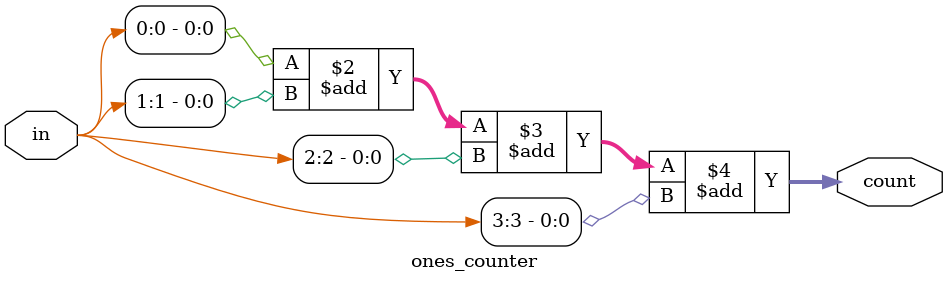
<source format=v>
module ones_counter(
    input [3:0] in,
    output reg [3:0] count
);

	// * means if anythoing changes, called wildcard?
	always @(*) begin
		count = in[0] + in[1] + in[2] + in[3];
	end

endmodule
</source>
